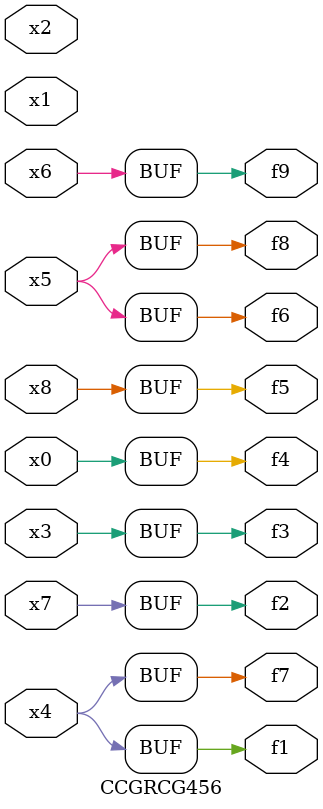
<source format=v>
module CCGRCG456(
	input x0, x1, x2, x3, x4, x5, x6, x7, x8,
	output f1, f2, f3, f4, f5, f6, f7, f8, f9
);
	assign f1 = x4;
	assign f2 = x7;
	assign f3 = x3;
	assign f4 = x0;
	assign f5 = x8;
	assign f6 = x5;
	assign f7 = x4;
	assign f8 = x5;
	assign f9 = x6;
endmodule

</source>
